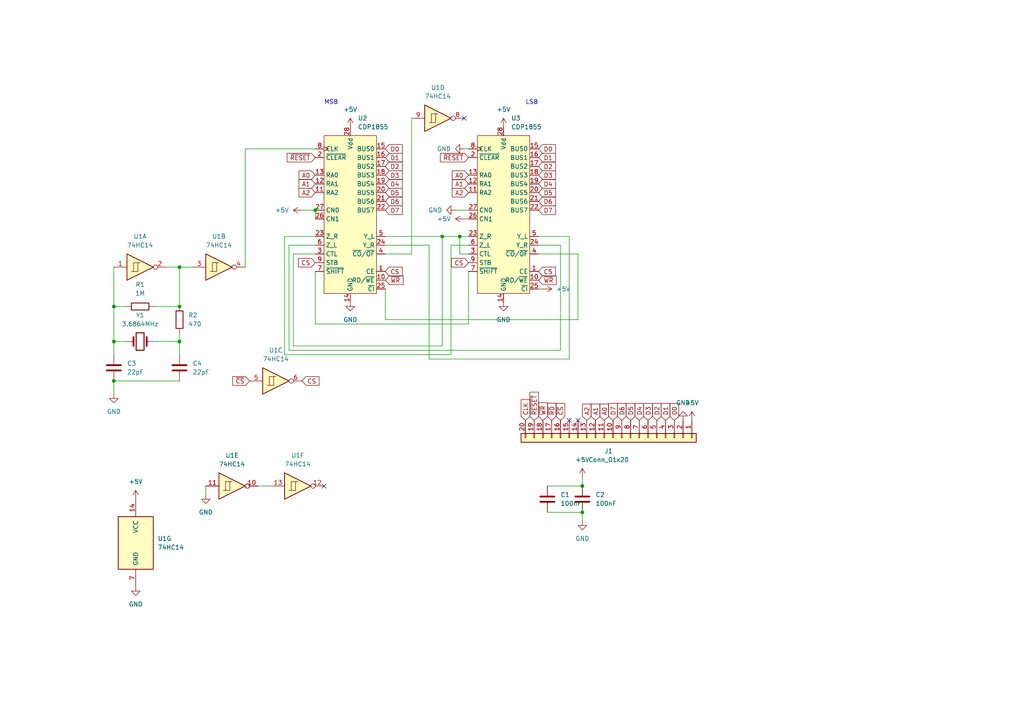
<source format=kicad_sch>
(kicad_sch (version 20231120) (generator "eeschema") (generator_version "8.0")
  (paper "A4")
  (lib_symbols
    (symbol "74xx:74HC14" (pin_names (offset 1.016))
      (property "Reference" "U" (at 0 1.27 0))
      (property "Value" "74HC14" (at 0 -1.27 0))
      (symbol "74HC14_1_0"
        (polyline (pts (xy -3.81 3.81) (xy -3.81 -3.81) (xy 3.81 0) (xy -3.81 3.81)) (stroke (width 0.254)) (fill (type background)))
        (pin input line (at -7.62 0 0) (length 3.81) (name "~") (number "1"))
        (pin output inverted (at 7.62 0 180) (length 3.81) (name "~") (number "2"))
      )
      (symbol "74HC14_1_1"
        (polyline (pts (xy -1.905 -1.27) (xy -1.905 1.27) (xy -0.635 1.27)))
        (polyline (pts (xy -2.54 -1.27) (xy -0.635 -1.27) (xy -0.635 1.27) (xy 0 1.27)))
      )
      (symbol "74HC14_2_0"
        (polyline (pts (xy -3.81 3.81) (xy -3.81 -3.81) (xy 3.81 0) (xy -3.81 3.81)) (stroke (width 0.254)) (fill (type background)))
        (pin input line (at -7.62 0 0) (length 3.81) (name "~") (number "3"))
        (pin output inverted (at 7.62 0 180) (length 3.81) (name "~") (number "4"))
      )
      (symbol "74HC14_2_1"
        (polyline (pts (xy -1.905 -1.27) (xy -1.905 1.27) (xy -0.635 1.27)))
        (polyline (pts (xy -2.54 -1.27) (xy -0.635 -1.27) (xy -0.635 1.27) (xy 0 1.27)))
      )
      (symbol "74HC14_3_0"
        (polyline (pts (xy -3.81 3.81) (xy -3.81 -3.81) (xy 3.81 0) (xy -3.81 3.81)) (stroke (width 0.254)) (fill (type background)))
        (pin input line (at -7.62 0 0) (length 3.81) (name "~") (number "5"))
        (pin output inverted (at 7.62 0 180) (length 3.81) (name "~") (number "6"))
      )
      (symbol "74HC14_3_1"
        (polyline (pts (xy -1.905 -1.27) (xy -1.905 1.27) (xy -0.635 1.27)))
        (polyline (pts (xy -2.54 -1.27) (xy -0.635 -1.27) (xy -0.635 1.27) (xy 0 1.27)))
      )
      (symbol "74HC14_4_0"
        (polyline (pts (xy -3.81 3.81) (xy -3.81 -3.81) (xy 3.81 0) (xy -3.81 3.81)) (stroke (width 0.254)) (fill (type background)))
        (pin output inverted (at 7.62 0 180) (length 3.81) (name "~") (number "8"))
        (pin input line (at -7.62 0 0) (length 3.81) (name "~") (number "9"))
      )
      (symbol "74HC14_4_1"
        (polyline (pts (xy -1.905 -1.27) (xy -1.905 1.27) (xy -0.635 1.27)))
        (polyline (pts (xy -2.54 -1.27) (xy -0.635 -1.27) (xy -0.635 1.27) (xy 0 1.27)))
      )
      (symbol "74HC14_5_0"
        (polyline (pts (xy -3.81 3.81) (xy -3.81 -3.81) (xy 3.81 0) (xy -3.81 3.81)) (stroke (width 0.254)) (fill (type background)))
        (pin output inverted (at 7.62 0 180) (length 3.81) (name "~") (number "10"))
        (pin input line (at -7.62 0 0) (length 3.81) (name "~") (number "11"))
      )
      (symbol "74HC14_5_1"
        (polyline (pts (xy -1.905 -1.27) (xy -1.905 1.27) (xy -0.635 1.27)))
        (polyline (pts (xy -2.54 -1.27) (xy -0.635 -1.27) (xy -0.635 1.27) (xy 0 1.27)))
      )
      (symbol "74HC14_6_0"
        (polyline (pts (xy -3.81 3.81) (xy -3.81 -3.81) (xy 3.81 0) (xy -3.81 3.81)) (stroke (width 0.254)) (fill (type background)))
        (pin output inverted (at 7.62 0 180) (length 3.81) (name "~") (number "12"))
        (pin input line (at -7.62 0 0) (length 3.81) (name "~") (number "13"))
      )
      (symbol "74HC14_6_1"
        (polyline (pts (xy -1.905 -1.27) (xy -1.905 1.27) (xy -0.635 1.27)))
        (polyline (pts (xy -2.54 -1.27) (xy -0.635 -1.27) (xy -0.635 1.27) (xy 0 1.27)))
      )
      (symbol "74HC14_7_0"
        (pin power_in line (at 0 12.7 270) (length 5.08) (name "VCC") (number "14"))
        (pin power_in line (at 0 -12.7 90) (length 5.08) (name "GND") (number "7"))
      )
      (symbol "74HC14_7_1"
        (rectangle (start -5.08 7.62) (end 5.08 -7.62) (stroke (width 0.254)) (fill (type background)))
      )
    )
    (symbol "Connector_Generic:Conn_01x20" (pin_names (offset 1.016) hide)
      (property "Reference" "J" (at 0 25.4 0))
      (property "Value" "Conn_01x20" (at 0 -27.94 0))
      (symbol "Conn_01x20_1_1"
        (rectangle (start -1.27 -25.273) (end 0 -25.527) (stroke (width 0.1524)))
        (rectangle (start -1.27 -22.733) (end 0 -22.987) (stroke (width 0.1524)))
        (rectangle (start -1.27 -20.193) (end 0 -20.447) (stroke (width 0.1524)))
        (rectangle (start -1.27 -17.653) (end 0 -17.907) (stroke (width 0.1524)))
        (rectangle (start -1.27 -15.113) (end 0 -15.367) (stroke (width 0.1524)))
        (rectangle (start -1.27 -12.573) (end 0 -12.827) (stroke (width 0.1524)))
        (rectangle (start -1.27 -10.033) (end 0 -10.287) (stroke (width 0.1524)))
        (rectangle (start -1.27 -7.493) (end 0 -7.747) (stroke (width 0.1524)))
        (rectangle (start -1.27 -4.953) (end 0 -5.207) (stroke (width 0.1524)))
        (rectangle (start -1.27 -2.413) (end 0 -2.667) (stroke (width 0.1524)))
        (rectangle (start -1.27 0.127) (end 0 -0.127) (stroke (width 0.1524)))
        (rectangle (start -1.27 2.667) (end 0 2.413) (stroke (width 0.1524)))
        (rectangle (start -1.27 5.207) (end 0 4.953) (stroke (width 0.1524)))
        (rectangle (start -1.27 7.747) (end 0 7.493) (stroke (width 0.1524)))
        (rectangle (start -1.27 10.287) (end 0 10.033) (stroke (width 0.1524)))
        (rectangle (start -1.27 12.827) (end 0 12.573) (stroke (width 0.1524)))
        (rectangle (start -1.27 15.367) (end 0 15.113) (stroke (width 0.1524)))
        (rectangle (start -1.27 17.907) (end 0 17.653) (stroke (width 0.1524)))
        (rectangle (start -1.27 20.447) (end 0 20.193) (stroke (width 0.1524)))
        (rectangle (start -1.27 22.987) (end 0 22.733) (stroke (width 0.1524)))
        (rectangle (start -1.27 24.13) (end 1.27 -26.67) (stroke (width 0.254)) (fill (type background)))
        (pin passive line (at -5.08 22.86 0) (length 3.81) (name "Pin_1") (number "1"))
        (pin passive line (at -5.08 0 0) (length 3.81) (name "Pin_10") (number "10"))
        (pin passive line (at -5.08 -2.54 0) (length 3.81) (name "Pin_11") (number "11"))
        (pin passive line (at -5.08 -5.08 0) (length 3.81) (name "Pin_12") (number "12"))
        (pin passive line (at -5.08 -7.62 0) (length 3.81) (name "Pin_13") (number "13"))
        (pin passive line (at -5.08 -10.16 0) (length 3.81) (name "Pin_14") (number "14"))
        (pin passive line (at -5.08 -12.7 0) (length 3.81) (name "Pin_15") (number "15"))
        (pin passive line (at -5.08 -15.24 0) (length 3.81) (name "Pin_16") (number "16"))
        (pin passive line (at -5.08 -17.78 0) (length 3.81) (name "Pin_17") (number "17"))
        (pin passive line (at -5.08 -20.32 0) (length 3.81) (name "Pin_18") (number "18"))
        (pin passive line (at -5.08 -22.86 0) (length 3.81) (name "Pin_19") (number "19"))
        (pin passive line (at -5.08 20.32 0) (length 3.81) (name "Pin_2") (number "2"))
        (pin passive line (at -5.08 -25.4 0) (length 3.81) (name "Pin_20") (number "20"))
        (pin passive line (at -5.08 17.78 0) (length 3.81) (name "Pin_3") (number "3"))
        (pin passive line (at -5.08 15.24 0) (length 3.81) (name "Pin_4") (number "4"))
        (pin passive line (at -5.08 12.7 0) (length 3.81) (name "Pin_5") (number "5"))
        (pin passive line (at -5.08 10.16 0) (length 3.81) (name "Pin_6") (number "6"))
        (pin passive line (at -5.08 7.62 0) (length 3.81) (name "Pin_7") (number "7"))
        (pin passive line (at -5.08 5.08 0) (length 3.81) (name "Pin_8") (number "8"))
        (pin passive line (at -5.08 2.54 0) (length 3.81) (name "Pin_9") (number "9"))
      )
    )
    (symbol "Device:C" (pin_numbers hide) (pin_names (offset 0.254))
      (property "Reference" "C" (at 0.635 2.54 0))
      (property "Value" "C" (at 0.635 -2.54 0))
      (symbol "C_0_1"
        (polyline (pts (xy -2.032 -0.762) (xy 2.032 -0.762)) (stroke (width 0.508)))
        (polyline (pts (xy -2.032 0.762) (xy 2.032 0.762)) (stroke (width 0.508)))
      )
      (symbol "C_1_1"
        (pin passive line (at 0 3.81 270) (length 2.794) (name "~") (number "1"))
        (pin passive line (at 0 -3.81 90) (length 2.794) (name "~") (number "2"))
      )
    )
    (symbol "Device:Crystal" (pin_numbers hide) (pin_names (offset 1.016) hide)
      (property "Reference" "Y" (at 0 3.81 0))
      (property "Value" "Crystal" (at 0 -3.81 0))
      (symbol "Crystal_0_1"
        (rectangle (start -1.143 2.54) (end 1.143 -2.54) (stroke (width 0.3048)))
        (polyline (pts (xy -2.54 0) (xy -1.905 0)))
        (polyline (pts (xy -1.905 -1.27) (xy -1.905 1.27)) (stroke (width 0.508)))
        (polyline (pts (xy 1.905 -1.27) (xy 1.905 1.27)) (stroke (width 0.508)))
        (polyline (pts (xy 2.54 0) (xy 1.905 0)))
      )
      (symbol "Crystal_1_1"
        (pin passive line (at -3.81 0 0) (length 1.27) (name "1") (number "1"))
        (pin passive line (at 3.81 0 180) (length 1.27) (name "2") (number "2"))
      )
    )
    (symbol "Device:R" (pin_numbers hide) (pin_names (offset 0))
      (property "Reference" "R" (at 2.032 0 90))
      (property "Value" "R" (at 0 0 90))
      (symbol "R_0_1"
        (rectangle (start -1.016 -2.54) (end 1.016 2.54) (stroke (width 0.254)))
      )
      (symbol "R_1_1"
        (pin passive line (at 0 3.81 270) (length 1.27) (name "~") (number "1"))
        (pin passive line (at 0 -3.81 90) (length 1.27) (name "~") (number "2"))
      )
    )
    (symbol "TholinsStuff:CDP1855"
      (property "Reference" "U" (at 0 0 0))
      (property "Value" "CDP1855" (at 0 0 0))
      (symbol "CDP1855_0_1"
        (rectangle (start -7.62 -3.81) (end 7.62 -49.53) (fill (type background)))
      )
      (symbol "CDP1855_1_1"
        (pin input line (at 10.16 -43.18 180) (length 2.54) (name "CE") (number "1"))
        (pin input line (at 10.16 -45.72 180) (length 2.54) (name "RD/~{WE}") (number "10"))
        (pin input line (at -10.16 -20.32 0) (length 2.54) (name "RA2") (number "11"))
        (pin input line (at -10.16 -17.78 0) (length 2.54) (name "RA1") (number "12"))
        (pin input line (at -10.16 -15.24 0) (length 2.54) (name "RA0") (number "13"))
        (pin input line (at 0 -52.07 90) (length 2.54) (name "GND") (number "14"))
        (pin bidirectional line (at 10.16 -7.62 180) (length 2.54) (name "BUS0") (number "15"))
        (pin bidirectional line (at 10.16 -10.16 180) (length 2.54) (name "BUS1") (number "16"))
        (pin bidirectional line (at 10.16 -12.7 180) (length 2.54) (name "BUS2") (number "17"))
        (pin bidirectional line (at 10.16 -15.24 180) (length 2.54) (name "BUS3") (number "18"))
        (pin bidirectional line (at 10.16 -17.78 180) (length 2.54) (name "BUS4") (number "19"))
        (pin input line (at -10.16 -10.16 0) (length 2.54) (name "~{CLEAR}") (number "2"))
        (pin bidirectional line (at 10.16 -20.32 180) (length 2.54) (name "BUS5") (number "20"))
        (pin bidirectional line (at 10.16 -22.86 180) (length 2.54) (name "BUS6") (number "21"))
        (pin bidirectional line (at 10.16 -25.4 180) (length 2.54) (name "BUS7") (number "22"))
        (pin input line (at -10.16 -33.02 0) (length 2.54) (name "Z_R") (number "23"))
        (pin output line (at 10.16 -35.56 180) (length 2.54) (name "Y_R") (number "24"))
        (pin input line (at 10.16 -48.26 180) (length 2.54) (name "~{CI}") (number "25"))
        (pin input line (at -10.16 -27.94 0) (length 2.54) (name "CN1") (number "26"))
        (pin input line (at -10.16 -25.4 0) (length 2.54) (name "CN0") (number "27"))
        (pin input line (at 0 -1.27 270) (length 2.54) (name "Vdd") (number "28"))
        (pin input line (at -10.16 -38.1 0) (length 2.54) (name "CTL") (number "3"))
        (pin output line (at 10.16 -38.1 180) (length 2.54) (name "~{CO}/~{OF}") (number "4"))
        (pin output line (at 10.16 -33.02 180) (length 2.54) (name "Y_L") (number "5"))
        (pin input line (at -10.16 -35.56 0) (length 2.54) (name "Z_L") (number "6"))
        (pin input line (at -10.16 -43.18 0) (length 2.54) (name "~{SHIFT}") (number "7"))
        (pin input clock (at -10.16 -7.62 0) (length 2.54) (name "CLK") (number "8"))
        (pin input line (at -10.16 -40.64 0) (length 2.54) (name "STB") (number "9"))
      )
    )
    (symbol "power:+5V" (power) (pin_names (offset 0))
      (property "Value" "+5V" (at 0 3.556 0))
      (symbol "+5V_0_1"
        (polyline (pts (xy -0.762 1.27) (xy 0 2.54)))
        (polyline (pts (xy 0 0) (xy 0 2.54)))
        (polyline (pts (xy 0 2.54) (xy 0.762 1.27)))
      )
      (symbol "+5V_1_1"
        (pin power_in line (at 0 0 90) (length 0) hide (name "+5V") (number "1"))
      )
    )
    (symbol "power:GND" (power) (pin_names (offset 0))
      (property "Value" "GND" (at 0 -3.81 0))
      (symbol "GND_0_1"
        (polyline (pts (xy 0 0) (xy 0 -1.27) (xy 1.27 -1.27) (xy 0 -2.54) (xy -1.27 -1.27) (xy 0 -1.27)))
      )
      (symbol "GND_1_1"
        (pin power_in line (at 0 0 270) (length 0) hide (name "GND") (number "1"))
      )
    )
  )
  (junction (at 52.07 77.47))
  (junction (at 168.91 140.97))
  (junction (at 52.07 99.06))
  (junction (at 133.35 68.58))
  (junction (at 128.27 68.58))
  (junction (at 33.02 99.06))
  (junction (at 33.02 110.49))
  (junction (at 91.44 60.96))
  (junction (at 52.07 88.9))
  (junction (at 33.02 88.9))
  (junction (at 168.91 148.59))
  (no_connect (at 167.64 121.92))
  (no_connect (at 93.98 140.97))
  (no_connect (at 134.62 34.29))
  (no_connect (at 165.1 121.92))
  (wire (pts (xy 156.21 83.82) (xy 157.48 83.82)))
  (wire (pts (xy 168.91 138.43) (xy 168.91 140.97)))
  (wire (pts (xy 168.91 140.97) (xy 158.75 140.97)))
  (wire (pts (xy 165.1 104.14) (xy 165.1 68.58)))
  (wire (pts (xy 52.07 77.47) (xy 52.07 88.9)))
  (wire (pts (xy 91.44 43.18) (xy 71.12 43.18)))
  (wire (pts (xy 33.02 77.47) (xy 33.02 88.9)))
  (wire (pts (xy 119.38 34.29) (xy 119.38 73.66)))
  (wire (pts (xy 48.26 77.47) (xy 52.07 77.47)))
  (wire (pts (xy 130.81 71.12) (xy 135.89 71.12)))
  (wire (pts (xy 82.55 102.87) (xy 130.81 102.87)))
  (wire (pts (xy 133.35 68.58) (xy 133.35 73.66)))
  (wire (pts (xy 91.44 68.58) (xy 82.55 68.58)))
  (wire (pts (xy 87.63 60.96) (xy 91.44 60.96)))
  (wire (pts (xy 128.27 100.33) (xy 128.27 68.58)))
  (wire (pts (xy 167.64 73.66) (xy 167.64 92.71)))
  (wire (pts (xy 167.64 92.71) (xy 111.76 92.71)))
  (wire (pts (xy 111.76 68.58) (xy 128.27 68.58)))
  (wire (pts (xy 52.07 77.47) (xy 55.88 77.47)))
  (wire (pts (xy 83.82 71.12) (xy 91.44 71.12)))
  (wire (pts (xy 111.76 71.12) (xy 124.46 71.12)))
  (wire (pts (xy 91.44 60.96) (xy 91.44 63.5)))
  (wire (pts (xy 33.02 99.06) (xy 33.02 88.9)))
  (wire (pts (xy 85.09 73.66) (xy 85.09 100.33)))
  (wire (pts (xy 156.21 71.12) (xy 162.56 71.12)))
  (wire (pts (xy 52.07 96.52) (xy 52.07 99.06)))
  (wire (pts (xy 168.91 148.59) (xy 158.75 148.59)))
  (wire (pts (xy 59.69 140.97) (xy 59.69 143.51)))
  (wire (pts (xy 165.1 68.58) (xy 156.21 68.58)))
  (wire (pts (xy 44.45 88.9) (xy 52.07 88.9)))
  (wire (pts (xy 128.27 68.58) (xy 133.35 68.58)))
  (wire (pts (xy 33.02 110.49) (xy 52.07 110.49)))
  (wire (pts (xy 135.89 93.98) (xy 135.89 78.74)))
  (wire (pts (xy 33.02 88.9) (xy 36.83 88.9)))
  (wire (pts (xy 33.02 99.06) (xy 33.02 102.87)))
  (wire (pts (xy 83.82 101.6) (xy 83.82 71.12)))
  (wire (pts (xy 33.02 114.3) (xy 33.02 110.49)))
  (wire (pts (xy 111.76 92.71) (xy 111.76 83.82)))
  (wire (pts (xy 82.55 68.58) (xy 82.55 102.87)))
  (wire (pts (xy 91.44 93.98) (xy 135.89 93.98)))
  (wire (pts (xy 134.62 63.5) (xy 135.89 63.5)))
  (wire (pts (xy 135.89 68.58) (xy 133.35 68.58)))
  (wire (pts (xy 134.62 43.18) (xy 135.89 43.18)))
  (wire (pts (xy 162.56 71.12) (xy 162.56 101.6)))
  (wire (pts (xy 130.81 102.87) (xy 130.81 71.12)))
  (wire (pts (xy 133.35 73.66) (xy 135.89 73.66)))
  (wire (pts (xy 52.07 99.06) (xy 52.07 102.87)))
  (wire (pts (xy 91.44 73.66) (xy 85.09 73.66)))
  (wire (pts (xy 91.44 78.74) (xy 91.44 93.98)))
  (wire (pts (xy 119.38 73.66) (xy 111.76 73.66)))
  (wire (pts (xy 132.08 60.96) (xy 135.89 60.96)))
  (wire (pts (xy 52.07 99.06) (xy 44.45 99.06)))
  (wire (pts (xy 85.09 100.33) (xy 128.27 100.33)))
  (wire (pts (xy 124.46 104.14) (xy 165.1 104.14)))
  (wire (pts (xy 162.56 101.6) (xy 83.82 101.6)))
  (wire (pts (xy 36.83 99.06) (xy 33.02 99.06)))
  (wire (pts (xy 124.46 71.12) (xy 124.46 104.14)))
  (wire (pts (xy 156.21 73.66) (xy 167.64 73.66)))
  (wire (pts (xy 74.93 140.97) (xy 78.74 140.97)))
  (wire (pts (xy 168.91 151.13) (xy 168.91 148.59)))
  (wire (pts (xy 71.12 43.18) (xy 71.12 77.47)))
  (text "MSB" (at 93.98 30.48 0) (effects (font (size 1.27 1.27)) (justify left bottom)))
  (text "LSB" (at 152.4 30.48 0) (effects (font (size 1.27 1.27)) (justify left bottom)))
  (global_label "D5" (shape input) (at 156.21 55.88 0) (property "Intersheetrefs" "${INTERSHEET_REFS}" (effects (hide yes))))
  (global_label "~{WR}" (shape input) (at 111.76 81.28 0) (property "Intersheetrefs" "${INTERSHEET_REFS}" (effects (hide yes))))
  (global_label "D0" (shape input) (at 111.76 43.18 0) (property "Intersheetrefs" "${INTERSHEET_REFS}" (effects (hide yes))))
  (global_label "~{CS}" (shape input) (at 162.56 121.92 90) (property "Intersheetrefs" "${INTERSHEET_REFS}" (effects (hide yes))))
  (global_label "A1" (shape input) (at 172.72 121.92 90) (property "Intersheetrefs" "${INTERSHEET_REFS}" (effects (hide yes))))
  (global_label "~{RESET}" (shape input) (at 91.44 45.72 180) (property "Intersheetrefs" "${INTERSHEET_REFS}" (effects (hide yes))))
  (global_label "A2" (shape input) (at 170.18 121.92 90) (property "Intersheetrefs" "${INTERSHEET_REFS}" (effects (hide yes))))
  (global_label "D6" (shape input) (at 180.34 121.92 90) (property "Intersheetrefs" "${INTERSHEET_REFS}" (effects (hide yes))))
  (global_label "CS" (shape input) (at 135.89 76.2 180) (property "Intersheetrefs" "${INTERSHEET_REFS}" (effects (hide yes))))
  (global_label "A0" (shape input) (at 135.89 50.8 180) (property "Intersheetrefs" "${INTERSHEET_REFS}" (effects (hide yes))))
  (global_label "~{RD}" (shape input) (at 160.02 121.92 90) (property "Intersheetrefs" "${INTERSHEET_REFS}" (effects (hide yes))))
  (global_label "D3" (shape input) (at 187.96 121.92 90) (property "Intersheetrefs" "${INTERSHEET_REFS}" (effects (hide yes))))
  (global_label "CS" (shape input) (at 111.76 78.74 0) (property "Intersheetrefs" "${INTERSHEET_REFS}" (effects (hide yes))))
  (global_label "D7" (shape input) (at 111.76 60.96 0) (property "Intersheetrefs" "${INTERSHEET_REFS}" (effects (hide yes))))
  (global_label "D2" (shape input) (at 190.5 121.92 90) (property "Intersheetrefs" "${INTERSHEET_REFS}" (effects (hide yes))))
  (global_label "D2" (shape input) (at 111.76 48.26 0) (property "Intersheetrefs" "${INTERSHEET_REFS}" (effects (hide yes))))
  (global_label "D2" (shape input) (at 156.21 48.26 0) (property "Intersheetrefs" "${INTERSHEET_REFS}" (effects (hide yes))))
  (global_label "A1" (shape input) (at 91.44 53.34 180) (property "Intersheetrefs" "${INTERSHEET_REFS}" (effects (hide yes))))
  (global_label "CS" (shape input) (at 156.21 78.74 0) (property "Intersheetrefs" "${INTERSHEET_REFS}" (effects (hide yes))))
  (global_label "~{CS}" (shape input) (at 72.39 110.49 180) (property "Intersheetrefs" "${INTERSHEET_REFS}" (effects (hide yes))))
  (global_label "D4" (shape input) (at 156.21 53.34 0) (property "Intersheetrefs" "${INTERSHEET_REFS}" (effects (hide yes))))
  (global_label "CLK" (shape input) (at 152.4 121.92 90) (property "Intersheetrefs" "${INTERSHEET_REFS}" (effects (hide yes))))
  (global_label "D7" (shape input) (at 177.8 121.92 90) (property "Intersheetrefs" "${INTERSHEET_REFS}" (effects (hide yes))))
  (global_label "A1" (shape input) (at 135.89 53.34 180) (property "Intersheetrefs" "${INTERSHEET_REFS}" (effects (hide yes))))
  (global_label "D5" (shape input) (at 182.88 121.92 90) (property "Intersheetrefs" "${INTERSHEET_REFS}" (effects (hide yes))))
  (global_label "D6" (shape input) (at 111.76 58.42 0) (property "Intersheetrefs" "${INTERSHEET_REFS}" (effects (hide yes))))
  (global_label "A2" (shape input) (at 91.44 55.88 180) (property "Intersheetrefs" "${INTERSHEET_REFS}" (effects (hide yes))))
  (global_label "D5" (shape input) (at 111.76 55.88 0) (property "Intersheetrefs" "${INTERSHEET_REFS}" (effects (hide yes))))
  (global_label "D1" (shape input) (at 111.76 45.72 0) (property "Intersheetrefs" "${INTERSHEET_REFS}" (effects (hide yes))))
  (global_label "~{RESET}" (shape input) (at 154.94 121.92 90) (property "Intersheetrefs" "${INTERSHEET_REFS}" (effects (hide yes))))
  (global_label "~{WR}" (shape input) (at 157.48 121.92 90) (property "Intersheetrefs" "${INTERSHEET_REFS}" (effects (hide yes))))
  (global_label "D4" (shape input) (at 111.76 53.34 0) (property "Intersheetrefs" "${INTERSHEET_REFS}" (effects (hide yes))))
  (global_label "D3" (shape input) (at 156.21 50.8 0) (property "Intersheetrefs" "${INTERSHEET_REFS}" (effects (hide yes))))
  (global_label "D7" (shape input) (at 156.21 60.96 0) (property "Intersheetrefs" "${INTERSHEET_REFS}" (effects (hide yes))))
  (global_label "A0" (shape input) (at 91.44 50.8 180) (property "Intersheetrefs" "${INTERSHEET_REFS}" (effects (hide yes))))
  (global_label "D3" (shape input) (at 111.76 50.8 0) (property "Intersheetrefs" "${INTERSHEET_REFS}" (effects (hide yes))))
  (global_label "CS" (shape input) (at 91.44 76.2 180) (property "Intersheetrefs" "${INTERSHEET_REFS}" (effects (hide yes))))
  (global_label "D6" (shape input) (at 156.21 58.42 0) (property "Intersheetrefs" "${INTERSHEET_REFS}" (effects (hide yes))))
  (global_label "~{WR}" (shape input) (at 156.21 81.28 0) (property "Intersheetrefs" "${INTERSHEET_REFS}" (effects (hide yes))))
  (global_label "D0" (shape input) (at 156.21 43.18 0) (property "Intersheetrefs" "${INTERSHEET_REFS}" (effects (hide yes))))
  (global_label "CS" (shape input) (at 87.63 110.49 0) (property "Intersheetrefs" "${INTERSHEET_REFS}" (effects (hide yes))))
  (global_label "D1" (shape input) (at 193.04 121.92 90) (property "Intersheetrefs" "${INTERSHEET_REFS}" (effects (hide yes))))
  (global_label "A2" (shape input) (at 135.89 55.88 180) (property "Intersheetrefs" "${INTERSHEET_REFS}" (effects (hide yes))))
  (global_label "D0" (shape input) (at 195.58 121.92 90) (property "Intersheetrefs" "${INTERSHEET_REFS}" (effects (hide yes))))
  (global_label "A0" (shape input) (at 175.26 121.92 90) (property "Intersheetrefs" "${INTERSHEET_REFS}" (effects (hide yes))))
  (global_label "~{RESET}" (shape input) (at 135.89 45.72 180) (property "Intersheetrefs" "${INTERSHEET_REFS}" (effects (hide yes))))
  (global_label "D4" (shape input) (at 185.42 121.92 90) (property "Intersheetrefs" "${INTERSHEET_REFS}" (effects (hide yes))))
  (global_label "D1" (shape input) (at 156.21 45.72 0) (property "Intersheetrefs" "${INTERSHEET_REFS}" (effects (hide yes))))
  (symbol (lib_id "TholinsStuff:CDP1855") (at 146.05 35.56 0) (unit 1)
    (property "Reference" "U3" (at 148.2441 34.29 0) (effects (justify left)))
    (property "Value" "CDP1855" (at 148.2441 36.83 0) (effects (justify left)))
    (property "Footprint" "Package_DIP:DIP-28_W15.24mm" (effects (hide yes)))
    (property "Datasheet" "https://files.tholin.dev/Public/Datasheets/Peripheral-8-bit/cdp1855.pdf" (effects (hide yes)))
  )
  (symbol (lib_id "power:GND") (at 39.37 170.18 0) (unit 1)
    (property "Reference" "#PWR06" (effects (hide yes)))
    (property "Value" "GND" (at 39.37 175.26 0))
  )
  (symbol (lib_id "74xx:74HC14") (at 80.01 110.49 0) (unit 3)
    (property "Reference" "U1" (at 80.01 101.6 0))
    (property "Value" "74HC14" (at 80.01 104.14 0))
    (property "Footprint" "Package_DIP:DIP-14_W7.62mm" (effects (hide yes)))
    (property "Datasheet" "http://www.ti.com/lit/gpn/sn74HC14" (effects (hide yes)))
  )
  (symbol (lib_id "74xx:74HC14") (at 67.31 140.97 0) (unit 5)
    (property "Reference" "U1" (at 67.31 132.08 0))
    (property "Value" "74HC14" (at 67.31 134.62 0))
    (property "Footprint" "Package_DIP:DIP-14_W7.62mm" (effects (hide yes)))
    (property "Datasheet" "http://www.ti.com/lit/gpn/sn74HC14" (effects (hide yes)))
  )
  (symbol (lib_id "power:+5V") (at 168.91 138.43 0) (unit 1)
    (property "Reference" "#PWR03" (effects (hide yes)))
    (property "Value" "+5V" (at 168.91 133.35 0))
  )
  (symbol (lib_id "Device:C") (at 168.91 144.78 180) (unit 1)
    (property "Reference" "C2" (at 172.72 143.51 0) (effects (justify right)))
    (property "Value" "100nF" (at 172.72 146.05 0) (effects (justify right)))
    (property "Footprint" "Capacitor_THT:C_Disc_D3.0mm_W1.6mm_P2.50mm" (effects (hide yes)))
  )
  (symbol (lib_id "Device:Crystal") (at 40.64 99.06 0) (unit 1)
    (property "Reference" "Y1" (at 40.64 91.44 0))
    (property "Value" "3.6864MHz" (at 40.64 93.98 0))
    (property "Footprint" "Crystal:Crystal_HC18-U_Vertical" (effects (hide yes)))
  )
  (symbol (lib_id "Device:R") (at 40.64 88.9 90) (unit 1)
    (property "Reference" "R1" (at 40.64 82.55 90))
    (property "Value" "1M" (at 40.64 85.09 90))
    (property "Footprint" "Resistor_THT:R_Axial_DIN0204_L3.6mm_D1.6mm_P7.62mm_Horizontal" (effects (hide yes)))
  )
  (symbol (lib_id "Device:C") (at 33.02 106.68 0) (unit 1)
    (property "Reference" "C3" (at 36.83 105.41 0) (effects (justify left)))
    (property "Value" "22pF" (at 36.83 107.95 0) (effects (justify left)))
    (property "Footprint" "Capacitor_THT:C_Disc_D3.0mm_W1.6mm_P2.50mm" (effects (hide yes)))
  )
  (symbol (lib_id "power:GND") (at 101.6 87.63 0) (unit 1)
    (property "Reference" "#PWR09" (effects (hide yes)))
    (property "Value" "GND" (at 101.6 92.71 0))
  )
  (symbol (lib_id "power:GND") (at 33.02 114.3 0) (unit 1)
    (property "Reference" "#PWR011" (effects (hide yes)))
    (property "Value" "GND" (at 33.02 119.38 0))
  )
  (symbol (lib_id "power:+5V") (at 87.63 60.96 90) (unit 1)
    (property "Reference" "#PWR013" (effects (hide yes)))
    (property "Value" "+5V" (at 83.82 60.96 90) (effects (justify left)))
  )
  (symbol (lib_id "power:GND") (at 168.91 151.13 0) (unit 1)
    (property "Reference" "#PWR04" (effects (hide yes)))
    (property "Value" "GND" (at 168.91 156.21 0))
  )
  (symbol (lib_id "power:+5V") (at 134.62 63.5 90) (unit 1)
    (property "Reference" "#PWR014" (effects (hide yes)))
    (property "Value" "+5V" (at 130.81 63.5 90) (effects (justify left)))
  )
  (symbol (lib_id "power:+5V") (at 200.66 121.92 0) (unit 1)
    (property "Reference" "#PWR02" (effects (hide yes)))
    (property "Value" "+5V" (at 200.66 116.84 0))
  )
  (symbol (lib_id "power:+5V") (at 39.37 144.78 0) (unit 1)
    (property "Reference" "#PWR05" (effects (hide yes)))
    (property "Value" "+5V" (at 39.37 139.7 0))
  )
  (symbol (lib_id "TholinsStuff:CDP1855") (at 101.6 35.56 0) (unit 1)
    (property "Reference" "U2" (at 103.7941 34.29 0) (effects (justify left)))
    (property "Value" "CDP1855" (at 103.7941 36.83 0) (effects (justify left)))
    (property "Footprint" "Package_DIP:DIP-28_W15.24mm" (effects (hide yes)))
    (property "Datasheet" "https://files.tholin.dev/Public/Datasheets/Peripheral-8-bit/cdp1855.pdf" (effects (hide yes)))
  )
  (symbol (lib_id "74xx:74HC14") (at 40.64 77.47 0) (unit 1)
    (property "Reference" "U1" (at 40.64 68.58 0))
    (property "Value" "74HC14" (at 40.64 71.12 0))
    (property "Footprint" "Package_DIP:DIP-14_W7.62mm" (effects (hide yes)))
    (property "Datasheet" "http://www.ti.com/lit/gpn/sn74HC14" (effects (hide yes)))
  )
  (symbol (lib_id "Connector_Generic:Conn_01x20") (at 177.8 127 270) (unit 1)
    (property "Reference" "J1" (at 176.53 130.81 90))
    (property "Value" "Conn_01x20" (at 176.53 133.35 90))
    (property "Footprint" "Connector_PinHeader_2.54mm:PinHeader_1x20_P2.54mm_Vertical" (effects (hide yes)))
  )
  (symbol (lib_id "power:+5V") (at 157.48 83.82 270) (unit 1)
    (property "Reference" "#PWR012" (effects (hide yes)))
    (property "Value" "+5V" (at 161.29 83.82 90) (effects (justify left)))
  )
  (symbol (lib_id "Device:C") (at 52.07 106.68 0) (unit 1)
    (property "Reference" "C4" (at 55.88 105.41 0) (effects (justify left)))
    (property "Value" "22pF" (at 55.88 107.95 0) (effects (justify left)))
    (property "Footprint" "Capacitor_THT:C_Disc_D3.0mm_W1.6mm_P2.50mm" (effects (hide yes)))
  )
  (symbol (lib_id "power:GND") (at 132.08 60.96 270) (unit 1)
    (property "Reference" "#PWR016" (effects (hide yes)))
    (property "Value" "GND" (at 128.27 60.96 90) (effects (justify right)))
  )
  (symbol (lib_id "Device:C") (at 158.75 144.78 180) (unit 1)
    (property "Reference" "C1" (at 162.56 143.51 0) (effects (justify right)))
    (property "Value" "100nF" (at 162.56 146.05 0) (effects (justify right)))
    (property "Footprint" "Capacitor_THT:C_Disc_D3.0mm_W1.6mm_P2.50mm" (effects (hide yes)))
  )
  (symbol (lib_id "74xx:74HC14") (at 63.5 77.47 0) (unit 2)
    (property "Reference" "U1" (at 63.5 68.58 0))
    (property "Value" "74HC14" (at 63.5 71.12 0))
    (property "Footprint" "Package_DIP:DIP-14_W7.62mm" (effects (hide yes)))
    (property "Datasheet" "http://www.ti.com/lit/gpn/sn74HC14" (effects (hide yes)))
  )
  (symbol (lib_id "74xx:74HC14") (at 86.36 140.97 0) (unit 6)
    (property "Reference" "U1" (at 86.36 132.08 0))
    (property "Value" "74HC14" (at 86.36 134.62 0))
    (property "Footprint" "Package_DIP:DIP-14_W7.62mm" (effects (hide yes)))
    (property "Datasheet" "http://www.ti.com/lit/gpn/sn74HC14" (effects (hide yes)))
  )
  (symbol (lib_id "power:GND") (at 198.12 121.92 180) (unit 1)
    (property "Reference" "#PWR01" (effects (hide yes)))
    (property "Value" "GND" (at 198.12 116.84 0))
  )
  (symbol (lib_id "74xx:74HC14") (at 39.37 157.48 0) (unit 7)
    (property "Reference" "U1" (at 45.72 156.21 0) (effects (justify left)))
    (property "Value" "74HC14" (at 45.72 158.75 0) (effects (justify left)))
    (property "Footprint" "Package_DIP:DIP-14_W7.62mm" (effects (hide yes)))
    (property "Datasheet" "http://www.ti.com/lit/gpn/sn74HC14" (effects (hide yes)))
  )
  (symbol (lib_id "power:+5V") (at 146.05 36.83 0) (unit 1)
    (property "Reference" "#PWR08" (effects (hide yes)))
    (property "Value" "+5V" (at 146.05 31.75 0))
  )
  (symbol (lib_id "power:GND") (at 134.62 43.18 270) (unit 1)
    (property "Reference" "#PWR015" (effects (hide yes)))
    (property "Value" "GND" (at 130.81 43.18 90) (effects (justify right)))
  )
  (symbol (lib_id "power:+5V") (at 101.6 36.83 0) (unit 1)
    (property "Reference" "#PWR07" (effects (hide yes)))
    (property "Value" "+5V" (at 101.6 31.75 0))
  )
  (symbol (lib_id "power:GND") (at 59.69 143.51 0) (unit 1)
    (property "Reference" "#PWR017" (effects (hide yes)))
    (property "Value" "GND" (at 59.69 148.59 0))
  )
  (symbol (lib_id "Device:R") (at 52.07 92.71 180) (unit 1)
    (property "Reference" "R2" (at 54.61 91.44 0) (effects (justify right)))
    (property "Value" "470" (at 54.61 93.98 0) (effects (justify right)))
    (property "Footprint" "Resistor_THT:R_Axial_DIN0204_L3.6mm_D1.6mm_P7.62mm_Horizontal" (effects (hide yes)))
  )
  (symbol (lib_id "power:GND") (at 146.05 87.63 0) (unit 1)
    (property "Reference" "#PWR010" (effects (hide yes)))
    (property "Value" "GND" (at 146.05 92.71 0))
  )
  (symbol (lib_id "74xx:74HC14") (at 127 34.29 0) (unit 4)
    (property "Reference" "U1" (at 127 25.4 0))
    (property "Value" "74HC14" (at 127 27.94 0))
    (property "Footprint" "Package_DIP:DIP-14_W7.62mm" (effects (hide yes)))
    (property "Datasheet" "http://www.ti.com/lit/gpn/sn74HC14" (effects (hide yes)))
  )
)
</source>
